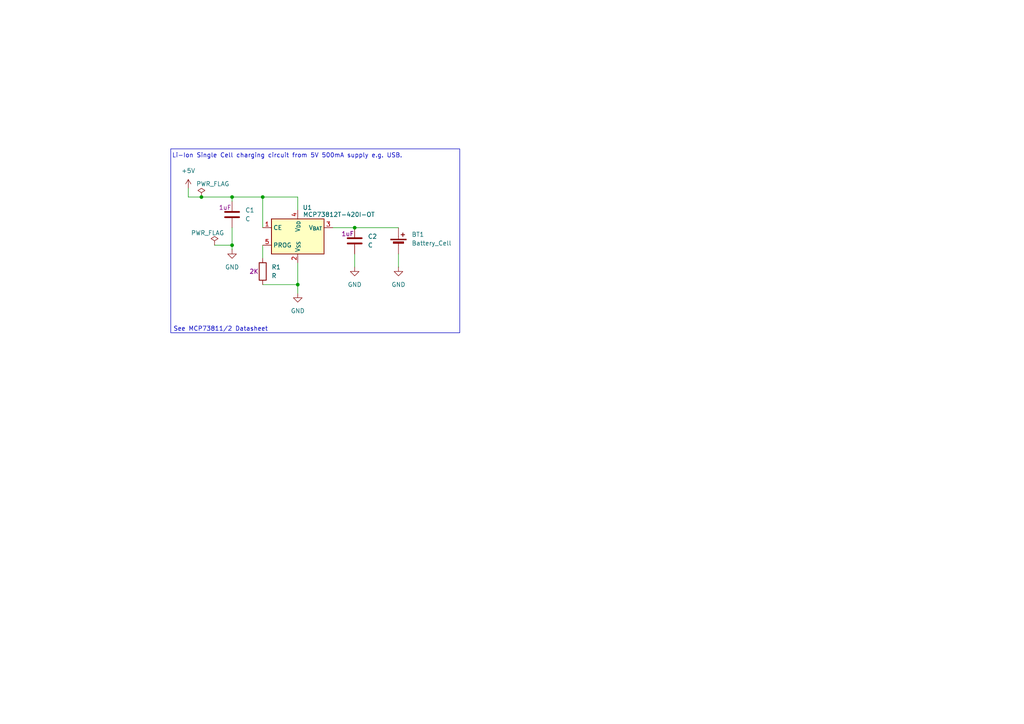
<source format=kicad_sch>
(kicad_sch (version 20231120) (generator "eeschema") (generator_version "8.0")
  (paper "A4")
  (title_block (title "LiIon Charging Supply") (date "2024-08-10") (rev "v1"))
  (lib_symbols
    (symbol "Battery_Management:MCP73812T-420I-OT"
      (property "Reference" "U" (at -6.35 6.35 0))
      (property "Value" "MCP73812T-420I-OT" (at 1.27 6.35 0))
      (symbol "MCP73812T-420I-OT_0_1"
        (rectangle (start -7.62 5.08) (end 7.62 -5.08) (stroke (width 0.254)) (fill (type background)))
      )
      (symbol "MCP73812T-420I-OT_1_1"
        (pin input line (at -10.16 2.54 0) (length 2.54) (name "CE") (number "1"))
        (pin power_in line (at 0 -7.62 90) (length 2.54) (name "V_{SS}") (number "2"))
        (pin power_out line (at 10.16 2.54 180) (length 2.54) (name "V_{BAT}") (number "3"))
        (pin power_in line (at 0 7.62 270) (length 2.54) (name "V_{DD}") (number "4"))
        (pin input line (at -10.16 -2.54 0) (length 2.54) (name "PROG") (number "5"))
      )
    )
    (symbol "Device:Battery_Cell" (pin_numbers hide) (pin_names (offset 0) hide)
      (property "Reference" "BT" (at 2.54 2.54 0))
      (property "Value" "Battery_Cell" (at 2.54 0 0))
      (symbol "Battery_Cell_0_1"
        (rectangle (start -2.286 1.778) (end 2.286 1.524) (fill (type outline)))
        (rectangle (start -1.524 1.016) (end 1.524 0.508) (fill (type outline)))
        (polyline (pts (xy 0 0.762) (xy 0 0)))
        (polyline (pts (xy 0 1.778) (xy 0 2.54)))
        (polyline (pts (xy 0.762 3.048) (xy 1.778 3.048)) (stroke (width 0.254)))
        (polyline (pts (xy 1.27 3.556) (xy 1.27 2.54)) (stroke (width 0.254)))
      )
      (symbol "Battery_Cell_1_1"
        (pin passive line (at 0 5.08 270) (length 2.54) (name "+") (number "1"))
        (pin passive line (at 0 -2.54 90) (length 2.54) (name "-") (number "2"))
      )
    )
    (symbol "Device:C" (pin_numbers hide) (pin_names (offset 0.254))
      (property "Reference" "C" (at 0.635 2.54 0))
      (property "Value" "C" (at 0.635 -2.54 0))
      (symbol "C_0_1"
        (polyline (pts (xy -2.032 -0.762) (xy 2.032 -0.762)) (stroke (width 0.508)))
        (polyline (pts (xy -2.032 0.762) (xy 2.032 0.762)) (stroke (width 0.508)))
      )
      (symbol "C_1_1"
        (pin passive line (at 0 3.81 270) (length 2.794) (name "~") (number "1"))
        (pin passive line (at 0 -3.81 90) (length 2.794) (name "~") (number "2"))
      )
    )
    (symbol "Device:R" (pin_numbers hide) (pin_names (offset 0))
      (property "Reference" "R" (at 2.032 0 90))
      (property "Value" "R" (at 0 0 90))
      (symbol "R_0_1"
        (rectangle (start -1.016 -2.54) (end 1.016 2.54) (stroke (width 0.254)))
      )
      (symbol "R_1_1"
        (pin passive line (at 0 3.81 270) (length 1.27) (name "~") (number "1"))
        (pin passive line (at 0 -3.81 90) (length 1.27) (name "~") (number "2"))
      )
    )
    (symbol "power:+5V" (power) (pin_numbers hide) (pin_names (offset 0) hide)
      (property "Value" "+5V" (at 0 3.556 0))
      (symbol "+5V_0_1"
        (polyline (pts (xy -0.762 1.27) (xy 0 2.54)))
        (polyline (pts (xy 0 0) (xy 0 2.54)))
        (polyline (pts (xy 0 2.54) (xy 0.762 1.27)))
      )
      (symbol "+5V_1_1"
        (pin power_in line (at 0 0 90) (length 0) (name "~") (number "1"))
      )
    )
    (symbol "power:GND" (power) (pin_numbers hide) (pin_names (offset 0) hide)
      (property "Value" "GND" (at 0 -3.81 0))
      (symbol "GND_0_1"
        (polyline (pts (xy 0 0) (xy 0 -1.27) (xy 1.27 -1.27) (xy 0 -2.54) (xy -1.27 -1.27) (xy 0 -1.27)))
      )
      (symbol "GND_1_1"
        (pin power_in line (at 0 0 270) (length 0) (name "~") (number "1"))
      )
    )
    (symbol "power:PWR_FLAG" (power) (pin_numbers hide) (pin_names (offset 0) hide)
      (property "Value" "PWR_FLAG" (at 0 3.81 0))
      (symbol "PWR_FLAG_0_0"
        (pin power_out line (at 0 0 90) (length 0) (name "~") (number "1"))
      )
      (symbol "PWR_FLAG_0_1"
        (polyline (pts (xy 0 0) (xy 0 1.27) (xy -1.016 1.905) (xy 0 2.54) (xy 1.016 1.905) (xy 0 1.27)))
      )
    )
  )
  (junction (at 102.87 66.04))
  (junction (at 67.31 57.15))
  (junction (at 86.36 82.55))
  (junction (at 67.31 71.12))
  (junction (at 58.42 57.15))
  (junction (at 76.2 57.15))
  (wire (pts (xy 115.57 73.66) (xy 115.57 77.47)))
  (wire (pts (xy 76.2 71.12) (xy 76.2 74.93)))
  (wire (pts (xy 67.31 71.12) (xy 67.31 72.39)))
  (wire (pts (xy 58.42 57.15) (xy 67.31 57.15)))
  (wire (pts (xy 67.31 57.15) (xy 67.31 58.42)))
  (wire (pts (xy 54.61 57.15) (xy 54.61 54.61)))
  (wire (pts (xy 86.36 82.55) (xy 86.36 76.2)))
  (wire (pts (xy 67.31 66.04) (xy 67.31 71.12)))
  (wire (pts (xy 86.36 82.55) (xy 86.36 85.09)))
  (wire (pts (xy 96.52 66.04) (xy 102.87 66.04)))
  (wire (pts (xy 76.2 57.15) (xy 76.2 66.04)))
  (wire (pts (xy 54.61 57.15) (xy 58.42 57.15)))
  (wire (pts (xy 62.23 71.12) (xy 67.31 71.12)))
  (wire (pts (xy 76.2 82.55) (xy 86.36 82.55)))
  (wire (pts (xy 67.31 57.15) (xy 76.2 57.15)))
  (wire (pts (xy 102.87 73.66) (xy 102.87 77.47)))
  (wire (pts (xy 86.36 60.96) (xy 86.36 57.15)))
  (wire (pts (xy 76.2 57.15) (xy 86.36 57.15)))
  (wire (pts (xy 102.87 66.04) (xy 115.57 66.04)))
  (rectangle (start 49.53 43.18) (end 133.35 96.52))
  (text "Li-Ion Single Cell charging circuit from 5V 500mA supply e.g. USB." (at 83.312 45.212 0) (effects (font (size 1.27 1.27))))
  (text "See MCP73811/2 Datasheet" (at 64.008 95.504 0) (effects (font (size 1.27 1.27))))
  (symbol (lib_id "power:PWR_FLAG") (at 58.42 57.15 0) (unit 1)
    (property "Reference" "#FLG01" (effects (hide yes)))
    (property "Value" "PWR_FLAG" (at 61.722 53.34 0))
    (property "Description" "Special symbol for telling ERC where power comes from" (effects (hide yes)))
  )
  (symbol (lib_id "power:GND") (at 86.36 85.09 0) (unit 1)
    (property "Reference" "#PWR03" (effects (hide yes)))
    (property "Value" "GND" (at 86.36 90.17 0))
    (property "Description" "Power symbol creates a global label with name \"GND\" , ground" (effects (hide yes)))
  )
  (symbol (lib_id "Device:C") (at 67.31 62.23 0) (unit 1)
    (property "Reference" "C1" (at 71.12 60.9599 0) (effects (justify left)))
    (property "Value" "C" (at 71.12 63.4999 0) (effects (justify left)))
    (property "Description" "1uF" (at 65.278 60.198 0))
  )
  (symbol (lib_id "Device:C") (at 102.87 69.85 0) (unit 1)
    (property "Reference" "C2" (at 106.68 68.5799 0) (effects (justify left)))
    (property "Value" "C" (at 106.68 71.1199 0) (effects (justify left)))
    (property "Description" "1uF" (at 100.838 67.818 0))
  )
  (symbol (lib_id "power:GND") (at 115.57 77.47 0) (unit 1)
    (property "Reference" "#PWR05" (effects (hide yes)))
    (property "Value" "GND" (at 115.57 82.55 0))
    (property "Description" "Power symbol creates a global label with name \"GND\" , ground" (effects (hide yes)))
  )
  (symbol (lib_id "power:GND") (at 67.31 72.39 0) (unit 1)
    (property "Reference" "#PWR01" (effects (hide yes)))
    (property "Value" "GND" (at 67.31 77.47 0))
    (property "Description" "Power symbol creates a global label with name \"GND\" , ground" (effects (hide yes)))
  )
  (symbol (lib_id "power:+5V") (at 54.61 54.61 0) (unit 1)
    (property "Reference" "#PWR02" (effects (hide yes)))
    (property "Value" "+5V" (at 54.61 49.53 0))
    (property "Description" "Power symbol creates a global label with name \"+5V\"" (effects (hide yes)))
  )
  (symbol (lib_id "Device:Battery_Cell") (at 115.57 71.12 0) (unit 1)
    (property "Reference" "BT1" (at 119.38 68.0084 0) (effects (justify left)))
    (property "Value" "Battery_Cell" (at 119.38 70.5484 0) (effects (justify left)))
    (property "Description" "Single-cell Li-Ion battery" (effects (hide yes)))
  )
  (symbol (lib_id "power:GND") (at 102.87 77.47 0) (unit 1)
    (property "Reference" "#PWR04" (effects (hide yes)))
    (property "Value" "GND" (at 102.87 82.55 0))
    (property "Description" "Power symbol creates a global label with name \"GND\" , ground" (effects (hide yes)))
  )
  (symbol (lib_id "power:PWR_FLAG") (at 62.23 71.12 0) (unit 1)
    (property "Reference" "#FLG02" (effects (hide yes)))
    (property "Value" "PWR_FLAG" (at 60.198 67.564 0))
    (property "Description" "Special symbol for telling ERC where power comes from" (effects (hide yes)))
  )
  (symbol (lib_id "Device:R") (at 76.2 78.74 0) (unit 1)
    (property "Reference" "R1" (at 78.74 77.4699 0) (effects (justify left)))
    (property "Value" "R" (at 78.74 80.0099 0) (effects (justify left)))
    (property "Description" "2K" (at 73.66 78.74 0))
  )
  (symbol (lib_id "Battery_Management:MCP73812T-420I-OT") (at 86.36 68.58 0) (unit 1)
    (property "Reference" "U1" (at 89.154 60.198 0))
    (property "Value" "MCP73812T-420I-OT" (at 98.298 62.23 0))
    (property "Footprint" "Package_TO_SOT_SMD:SOT-23-5_HandSoldering" (effects (hide yes)))
    (property "Datasheet" "http://ww1.microchip.com/downloads/en/DeviceDoc/22036b.pdf" (effects (hide yes)))
    (property "Description" "Simple, Miniature Single-Cell, Fully Integrated Li-Ion / Li-Polymer Charge Management Controllers, 50mA-500mA, 4.2V, SOT23-5" (effects (hide yes)))
  )
)
</source>
